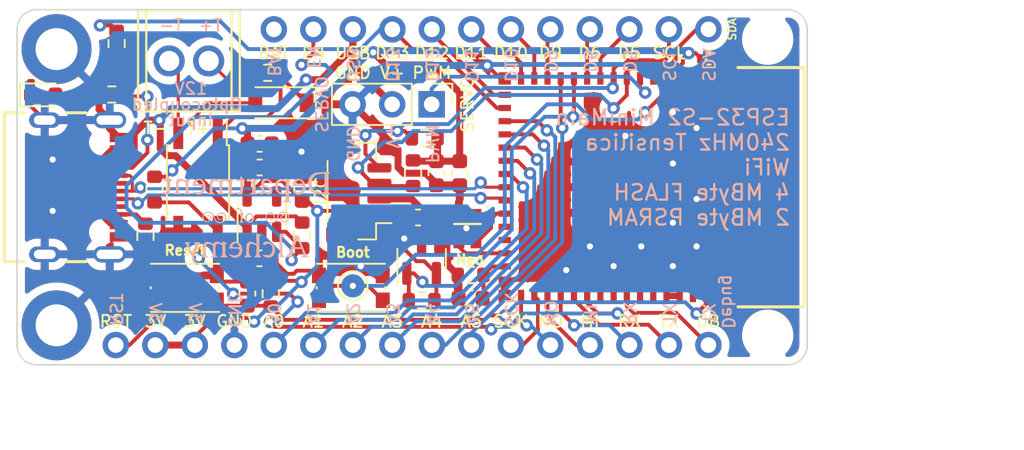
<source format=kicad_pcb>
(kicad_pcb (version 20211014) (generator pcbnew)
  (layers (0 "F.Cu" signal) (31 "B.Cu" signal) (34 "B.Paste" user) (35 "F.Paste" user) (36 "B.SilkS" user "B.Silkscreen") (37 "F.SilkS" user "F.Silkscreen") (38 "B.Mask" user) (39 "F.Mask" user) (44 "Edge.Cuts" user))
  (net 0 "")
  (net 2 "GND")
  (net 3 "+3V3")
  (net 4 "/VDEVICE")
  (net 5 "/RESET")
  (net 6 "/IO34_DBLTAP")
  (net 7 "VBUS")
  (net 8 "Net-(D2-Pad1)")
  (net 9 "/TRIGGER-")
  (net 10 "Net-(D3-Pad2)")
  (net 11 "/BOOT0")
  (net 12 "/Servo1")
  (net 14 "/SDA")
  (net 15 "/SCL")
  (net 16 "/D5")
  (net 17 "/D6")
  (net 18 "/I2C_PWR")
  (net 19 "/A5")
  (net 20 "/D9")
  (net 21 "/D10")
  (net 22 "/D11")
  (net 23 "/D12")
  (net 24 "/D13")
  (net 25 "/A4")
  (net 26 "/A3")
  (net 27 "/A2")
  (net 28 "/A1")
  (net 29 "/A0")
  (net 30 "/D-")
  (net 31 "/D+")
  (net 32 "/NEOPIX_PWR")
  (net 35 "/NEOPIX")
  (net 36 "/MOSI")
  (net 37 "/SCK")
  (net 38 "/MISO")
  (net 39 "/RX")
  (net 40 "/TX")
  (net 41 "/ISO_INPUT")
  (net 44 "/TXD0")
  (net 47 "Net-(J1-PadA5)")
  (net 49 "Net-(J1-PadB5)")
  (net 51 "+BATT")
  (net 52 "/EN")
  (net 53 "/TRIGGER+")
  (footprint "Resistor_SMD:R_0603_1608Metric" (layer "F.Cu") (at 130.15 102.52725 180)
    (fp_text reference "R9" hide)
    (fp_text value "100k" hide)
  )
  (footprint "Resistor_SMD:R_0603_1608Metric" (layer "F.Cu") (at 110.236 89.281 180)
    (fp_text reference "R5" hide)
    (fp_text value "5.1K" hide)
  )
  (footprint "Package_SO:SO-4_4.4x3.6mm_P2.54mm" (layer "F.Cu") (at 115.7732 94.9452 -90)
    (fp_text reference "U2" hide)
    (fp_text value "LTV-356T" hide)
  )
  (footprint "Resistor_SMD:R_0603_1608Metric" (layer "F.Cu") (at 130.35 92.1 180)
    (fp_text reference "R2" hide)
    (fp_text value "10K" hide)
  )
  (footprint "Capacitor_SMD:C_0603_1608Metric" (layer "F.Cu") (at 119.7356 92.456)
    (fp_text reference "C4" hide)
    (fp_text value "0.1uF" hide)
  )
  (footprint "Resistor_SMD:R_0603_1608Metric" (layer "F.Cu") (at 120.2558 87.884)
    (fp_text reference "R11" hide)
    (fp_text value "680" hide)
  )
  (footprint "Capacitor_SMD:C_0603_1608Metric" (layer "F.Cu") (at 133.3 102.4 180)
    (fp_text reference "C8" hide)
    (fp_text value "1uF" hide)
  )
  (footprint "Capacitor_SMD:C_0603_1608Metric" (layer "F.Cu") (at 129.921 97.2 180)
    (fp_text reference "C5" hide)
    (fp_text value "1uF" hide)
  )
  (footprint "Capacitor_SMD:C_0603_1608Metric" (layer "F.Cu") (at 118.95 102.1 90)
    (fp_text reference "C6" hide)
    (fp_text value "1uF" hide)
  )
  (footprint "MountingHole:MountingHole_2.7mm_M2.5_ISO14580_Pad" (layer "F.Cu") (at 106.68 104.14)
    (fp_text reference "H3" hide)
    (fp_text value "MountingHole" hide)
  )
  (footprint "Resistor_SMD:R_0603_1608Metric" (layer "F.Cu") (at 110.5408 86.0044 -90)
    (fp_text reference "R7" hide)
    (fp_text value "68" hide)
  )
  (footprint "Capacitor_SMD:C_0402_1005Metric" (layer "F.Cu") (at 148.618 86.995)
    (fp_text reference "C7" hide)
    (fp_text value "10uF" hide)
  )
  (footprint "doa-footprint-library:OSTVN02A150" (layer "F.Cu") (at 116.459 87.122)
    (fp_text reference "J8" hide)
    (fp_text value "Conn_01x02" hide)
  )
  (footprint "doa-footprint-library:PinHeaderPlain_1x12_P2.54mm_Vertical" (layer "F.Cu") (at 120.65 85.09 90)
    (fp_text reference "J5" hide)
    (fp_text value "Conn_01x12" hide)
  )
  (footprint "Connector_PinHeader_2.54mm:PinHeader_1x03_P2.54mm_Vertical" (layer "F.Cu") (at 130.795 89.916 -90)
    (fp_text reference "J10" hide)
    (fp_text value "Conn_01x03_Male" hide)
  )
  (footprint "doa-footprint-library:ESP32S2MINI1N4R2" (layer "F.Cu") (at 142.494 95.25 -90)
    (fp_text reference "IC1" hide)
    (fp_text value "ESP32-S2-MINI-1-N4R2" hide)
  )
  (footprint "Diode_SMD:D_SOD-123" (layer "F.Cu") (at 121.1072 89.8144 180)
    (fp_text reference "D2" hide)
    (fp_text value "1N4150W-HE3-08" hide)
  )
  (footprint "Capacitor_SMD:C_0603_1608Metric" (layer "F.Cu") (at 132.6 94.35 -90)
    (fp_text reference "C10" hide)
    (fp_text value "1uF" hide)
  )
  (footprint "MountingHole:MountingHole_2.7mm_M2.5_ISO14580_Pad" (layer "F.Cu") (at 106.68 86.36)
    (fp_text reference "H1" hide)
    (fp_text value "MountingHole" hide)
  )
  (footprint "Resistor_SMD:R_0603_1608Metric" (layer "F.Cu") (at 129.6 94.35 -90)
    (fp_text reference "R3" hide)
    (fp_text value "10K" hide)
  )
  (footprint "doa-footprint-library:PinHeaderPlain_1x16_P2.54mm_Vertical" (layer "F.Cu") (at 148.59 105.41 -90)
    (fp_text reference "J3" hide)
    (fp_text value "Conn_01x16" hide)
  )
  (footprint "Capacitor_SMD:C_0603_1608Metric" (layer "F.Cu") (at 119.725936 99.82392)
    (fp_text reference "C1" hide)
    (fp_text value "10uF" hide)
  )
  (footprint "Resistor_SMD:R_0603_1608Metric" (layer "F.Cu") (at 112.9792 95.4024 -90)
    (fp_text reference "R12" hide)
    (fp_text value "150" hide)
  )
  (footprint "Resistor_SMD:R_0603_1608Metric" (layer "F.Cu") (at 120.45 102.1 -90)
    (fp_text reference "R8" hide)
    (fp_text value "10K" hide)
  )
  (footprint "Resistor_SMD:R_0603_1608Metric" (layer "F.Cu") (at 133.3 100.9 180)
    (fp_text reference "R10" hide)
    (fp_text value "1Meg" hide)
  )
  (footprint "Resistor_SMD:R_0603_1608Metric" (layer "F.Cu") (at 112.395 98.425 90)
    (fp_text reference "R6" hide)
    (fp_text value "5.1K" hide)
  )
  (footprint "Capacitor_SMD:C_0603_1608Metric" (layer "F.Cu") (at 131.1 94.35 -90)
    (fp_text reference "C9" hide)
    (fp_text value "10uF" hide)
  )
  (footprint "Package_TO_SOT_SMD:SOT-23-5" (layer "F.Cu") (at 119.878336 96.97912 90)
    (fp_text reference "U1" hide)
    (fp_text value "AP7365-33WG-7" hide)
  )
  (footprint "MountingHole:MountingHole_2.7mm_M2.5_ISO14580" (layer "F.Cu") (at 152.4 85.725)
    (fp_text reference "H2" hide)
    (fp_text value "MountingHole" hide)
  )
  (footprint "Resistor_SMD:R_0603_1608Metric" (layer "F.Cu") (at 122.469136 98.35072 -90)
    (fp_text reference "R4" hide)
    (fp_text value "100K" hide)
  )
  (footprint "Connector_JST:JST_SH_BM04B-SRSS-TB_1x04-1MP_P1.00mm_Vertical" (layer "F.Cu") (at 126.111 95.504 90)
    (fp_text reference "J2" hide)
    (fp_text value "Conn_01x04" hide)
  )
  (footprint "TestPoint:TestPoint_Pad_D1.5mm" (layer "F.Cu") (at 125.73 101.6)
    (fp_text reference "TP1" hide)
    (fp_text value "TestPoint" hide)
  )
  (footprint "doa-footprint-library:WS2812B2020" (layer "F.Cu") (at 133.096 97.917 90)
    (fp_text reference "LED1" hide)
    (fp_text value "WS2812B-2020" hide)
  )
  (footprint "MountingHole:MountingHole_2.7mm_M2.5_ISO14580" (layer "F.Cu") (at 152.4 104.775)
    (fp_text reference "H4" hide)
    (fp_text value "MountingHole" hide)
  )
  (footprint "Button_Switch_SMD:SW_Push_1P1T_NO_CK_KMR2" (layer "F.Cu") (at 114.935 101.727)
    (fp_text reference "SW2" hide)
    (fp_text value "SW_Push" hide)
  )
  (footprint "Package_TO_SOT_SMD:SOT-23" (layer "F.Cu") (at 130.15 99.86025 90)
    (fp_text reference "Q1" hide)
    (fp_text value "DMP3130LQ-7" hide)
  )
  (footprint "Button_Switch_SMD:SW_Push_1P1T_NO_CK_KMR2" (layer "F.Cu") (at 125.603 101.727)
    (fp_text reference "SW1" hide)
    (fp_text value "SW_Push" hide)
  )
  (footprint "doa-footprint-library:GCT_USB4105-GF-A" (layer "F.Cu") (at 105.918 95.25 -90)
    (fp_text reference "J1" hide)
    (fp_text value "USB4105-GF-A" hide)
  )
  (footprint "Capacitor_SMD:C_0603_1608Metric" (layer "F.Cu") (at 122.469136 95.35352 90)
    (fp_text reference "C2" hide)
    (fp_text value "10uF" hide)
  )
  (footprint "Capacitor_SMD:C_0603_1608Metric" (layer "F.Cu") (at 119.7356 93.98)
    (fp_text reference "C3" hide)
    (fp_text value "10uF" hide)
  )
  (footprint "LED_SMD:LED_0603_1608Metric" (layer "F.Cu") (at 105.8164 89.3064)
    (fp_text reference "D3" hide)
    (fp_text value "RED" hide)
  )
  (footprint "doa-logo:DepartmentOfAlchemyLogo" (layer "B.Cu") (at 118.872 97.282 180)
    (fp_text reference "G***" hide)
    (fp_text value "LOGO" hide)
  )
  (gr_line (start 104.14 105.41) (end 104.14 85.09) (layer "Edge.Cuts") (width 0.1))
  (gr_arc (start 104.14 85.09) (mid 104.511974 84.191974) (end 105.41 83.82) (layer "Edge.Cuts") (width 0.1))
  (gr_line (start 153.67 106.68) (end 105.41 106.68) (layer "Edge.Cuts") (width 0.1))
  (gr_arc (start 153.67 83.82) (mid 154.568026 84.191974) (end 154.94 85.09) (layer "Edge.Cuts") (width 0.1))
  (gr_line (start 105.41 83.82) (end 153.67 83.82) (layer "Edge.Cuts") (width 0.1))
  (gr_arc (start 154.94 105.41) (mid 154.568026 106.308026) (end 153.67 106.68) (layer "Edge.Cuts") (width 0.1))
  (gr_arc (start 105.41 106.68) (mid 104.511974 106.308026) (end 104.14 105.41) (layer "Edge.Cuts") (width 0.1))
  (gr_line (start 154.94 85.09) (end 154.94 105.41) (layer "Edge.Cuts") (width 0.1))
  (gr_text "SERVO" (at 123.698 89.916 270) (layer "B.SilkS") (effects (font (size 0.762 0.762) (thickness 0.127)) (justify mirror)))
  (gr_text "GND" (at 118.11 103.124 270) (layer "B.SilkS") (effects (font (size 0.762 0.762) (thickness 0.127)) (justify mirror)))
  (gr_text "MI" (at 140.97 103.378 270) (layer "B.SilkS") (effects (font (size 0.762 0.762) (thickness 0.127)) (justify mirror)))
  (gr_text "Debug" (at 149.86 102.616 270) (layer "B.SilkS") (effects (font (size 0.762 0.762) (thickness 0.127)) (justify mirror)))
  (gr_text "D9" (at 138.43 87.122 270) (layer "B.SilkS") (effects (font (size 0.762 0.762) (thickness 0.127)) (justify mirror)))
  (gr_text "A0" (at 120.65 103.378 270) (layer "B.SilkS") (effects (font (size 0.762 0.762) (thickness 0.127)) (justify mirror)))
  (gr_text "TX" (at 146.05 103.378 270) (layer "B.SilkS") (effects (font (size 0.762 0.762) (thickness 0.127)) (justify mirror)))
  (gr_text "V+" (at 128.27 91.948 270) (layer "B.SilkS") (effects (font (size 0.762 0.762) (thickness 0.127)) (justify mirror)))
  (gr_text "T-" (at 114.046 84.836) (layer "B.SilkS") (effects (font (size 0.762 0.762) (thickness 0.127)) (justify mirror)))
  (gr_text "D5" (at 143.51 87.122 270) (layer "B.SilkS") (effects (font (size 0.762 0.762) (thickness 0.127)) (justify mirror)))
  (gr_text "ESP32-S2 MiniMain\n240MHz Tensilica\nWiFi\n4 MByte FLASH\n2 MByte PSRAM" (at 153.924 93.98) (layer "B.SilkS") (effects (font (size 1 1)) (justify left mirror)))
  (gr_text "A1" (at 123.19 103.378 270) (layer "B.SilkS") (effects (font (size 0.762 0.762) (thickness 0.127)) (justify mirror)))
  (gr_text "A4" (at 130.81 103.378 270) (layer "B.SilkS") (effects (font (size 0.762 0.762) (thickness 0.127)) (justify mirror)))
  (gr_text "RX" (at 143.51 103.378 270) (layer "B.SilkS") (effects (font (size 0.762 0.762) (thickness 0.127)) (justify mirror)))
  (gr_text "PWM" (at 130.81 92.456 270) (layer "B.SilkS") (effects (font (size 0.762 0.762) (thickness 0.127)) (justify mirror)))
  (gr_text "A2" (at 125.73 103.378 270) (layer "B.SilkS") (effects (font (size 0.762 0.762) (thickness 0.127)) (justify mirror)))
  (gr_text "SCL" (at 146.05 87.376 270) (layer "B.SilkS") (effects (font (size 0.762 0.762) (thickness 0.127)) (justify mirror)))
  (gr_text "MO" (at 138.43 103.378 270) (layer "B.SilkS") (effects (font (size 0.762 0.762) (thickness 0.127)) (justify mirror)))
  (gr_text "A3" (at 128.27 103.378 270) (layer "B.SilkS") (effects (font (size 0.762 0.762) (thickness 0.127)) (justify mirror)))
  (gr_text "D10" (at 135.89 87.376 270) (layer "B.SilkS") (effects (font (size 0.762 0.762) (thickness 0.127)) (justify mirror)))
  (gr_text "RST" (at 110.49 103.124 270) (layer "B.SilkS") (effects (font (size 0.762 0.762) (thickness 0.127)) (justify mirror)))
  (gr_text "Optocoupled" (at 115.062 89.916) (layer "B.SilkS") (effects (font (size 0.762 0.762) (thickness 0.127)) (justify mirror)))
  (gr_text "Input" (at 115.316 90.932) (layer "B.SilkS") (effects (font (size 0.762 0.762) (thickness 0.127)) (justify mirror)))
  (gr_text "D6" (at 140.97 87.122 270) (layer "B.SilkS") (effects (font (size 0.762 0.762) (thickness 0.127)) (justify mirror)))
  (gr_text "12V" (at 115.316 88.9) (layer "B.SilkS") (effects (font (size 0.762 0.762) (thickness 0.127)) (justify mirror)))
  (gr_text "D12" (at 130.81 87.376 270) (layer "B.SilkS") (effects (font (size 0.762 0.762) (thickness 0.127)) (justify mirror)))
  (gr_text "EN" (at 123.19 86.868 270) (layer "B.SilkS") (effects (font (size 0.762 0.762) (thickness 0.127)) (justify mirror)))
  (gr_text "D11" (at 133.35 87.376 270) (layer "B.SilkS") (effects (font (size 0.762 0.762) (thickness 0.127)) (justify mirror)))
  (gr_text "3V" (at 113.03 103.378 270) (layer "B.SilkS") (effects (font (size 0.762 0.762) (thickness 0.127)) (justify mirror)))
  (gr_text "TX" (at 148.59 103.378 270) (layer "B.SilkS") (effects (font (size 0.762 0.762) (thickness 0.127)) (justify mirror)))
  (gr_text "3V" (at 115.57 103.378 270) (layer "B.SilkS") (effects (font (size 0.762 0.762) (thickness 0.127)) (justify mirror)))
  (gr_text "SCK" (at 135.89 103.124 270) (layer "B.SilkS") (effects (font (size 0.762 0.762) (thickness 0.127)) (justify mirror)))
  (gr_text "SDA" (at 148.59 87.376 270) (layer "B.SilkS") (effects (font (size 0.762 0.762) (thickness 0.127)) (justify mirror)))
  (gr_text "USB" (at 125.73 87.376 270) (layer "B.SilkS") (effects (font (size 0.762 0.762) (thickness 0.127)) (justify mirror)))
  (gr_text "D13" (at 128.27 87.376 270) (layer "B.SilkS") (effects (font (size 0.762 0.762) (thickness 0.127)) (justify mirror)))
  (gr_text "A5" (at 133.35 103.378 270) (layer "B.SilkS") (effects (font (size 0.762 0.762) (thickness 0.127)) (justify mirror)))
  (gr_text "BAT" (at 120.65 87.122 270) (layer "B.SilkS") (effects (font (size 0.762 0.762) (thickness 0.127)) (justify mirror)))
  (gr_text "GND" (at 125.73 92.456 270) (layer "B.SilkS") (effects (font (size 0.762 0.762) (thickness 0.127)) (justify mirror)))
  (gr_text "T+" (at 116.586 84.836) (layer "B.SilkS") (effects (font (size 0.762 0.762) (thickness 0.127)) (justify mirror)))
  (gr_text "DB" (at 148.59 103.886) (layer "F.SilkS") (effects (font (size 0.762 0.762) (thickness 0.127))))
  (gr_text "BAT" (at 120.65 86.614) (layer "F.SilkS") (effects (font (size 0.762 0.762) (thickness 0.127))))
  (gr_text "SERVO" (at 133.096 89.916 90) (layer "F.SilkS") (effects (font (size 0.762 0.762) (thickness 0.127))))
  (gr_text "PWM" (at 130.81 87.884) (layer "F.SilkS") (effects (font (size 0.762 0.762) (thickness 0.127))))
  (gr_text "RST" (at 110.49 103.886) (layer "F.SilkS") (effects (font (size 0.762 0.762) (thickness 0.127))))
  (gr_text "A0" (at 120.65 103.886) (layer "F.SilkS") (effects (font (size 0.762 0.762) (thickness 0.127))))
  (gr_text "EN" (at 123.19 86.614) (layer "F.SilkS") (effects (font (size 0.762 0.762) (thickness 0.127))))
  (gr_text "MO" (at 138.43 103.886) (layer "F.SilkS") (effects (font (size 0.762 0.762) (thickness 0.127))))
  (gr_text "D6" (at 140.97 86.614) (layer "F.SilkS") (effects (font (size 0.762 0.762) (thickness 0.127))))
  (gr_text "A2" (at 125.73 103.886) (layer "F.SilkS") (effects (font (size 0.762 0.762) (thickness 0.127))))
  (gr_text "SDA" (at 150.114 85.09 90) (layer "F.SilkS") (effects (font (size 0.508 0.508) (thickness 0.1016))))
  (gr_text "MI" (at 140.97 103.886) (layer "F.SilkS") (effects (font (size 0.762 0.762) (thickness 0.127))))
  (gr_text "RX" (at 143.51 103.886) (layer "F.SilkS") (effects (font (size 0.762 0.762) (thickness 0.127))))
  (gr_text "3V" (at 115.57 103.886) (layer "F.SilkS") (effects (font (size 0.762 0.762) (thickness 0.127))))
  (gr_text "GND" (at 118.11 103.886) (layer "F.SilkS") (effects (font (size 0.762 0.762) (thickness 0.127))))
  (gr_text "D10" (at 135.89 86.614) (layer "F.SilkS") (effects (font (size 0.762 0.762) (thickness 0.127))))
  (gr_text "A5" (at 133.35 103.886) (layer "F.SilkS") (effects (font (size 0.762 0.762) (thickness 0.127))))
  (gr_text "TX" (at 146.05 103.886) (layer "F.SilkS") (effects (font (size 0.762 0.762) (thickness 0.127))))
  (gr_text "USB" (at 125.73 86.614) (layer "F.SilkS") (effects (font (size 0.762 0.762) (thickness 0.127))))
  (gr_text "D12" (at 130.81 86.614) (layer "F.SilkS") (effects (font (size 0.762 0.762) (thickness 0.127))))
  (gr_text "SCL" (at 146.05 86.614) (layer "F.SilkS") (effects (font (size 0.762 0.762) (thickness 0.127))))
  (gr_text "GND" (at 125.73 87.884) (layer "F.SilkS") (effects (font (size 0.762 0.762) (thickness 0.127))))
  (gr_text "A4" (at 130.81 103.886) (layer "F.SilkS") (effects (font (size 0.762 0.762) (thickness 0.127))))
  (gr_text "D11" (at 133.35 86.614) (layer "F.SilkS") (effects (font (size 0.762 0.762) (thickness 0.127))))
  (gr_text "T+" (at 115.824 91.44) (layer "F.SilkS") (effects (font (size 0.762 0.762) (thickness 0.127))))
  (gr_text "SCK" (at 135.89 103.886) (layer "F.SilkS") (effects (font (size 0.762 0.762) (thickness 0.127))))
  (gr_text "V+" (at 128.27 87.884) (layer "F.SilkS") (effects (font (size 0.762 0.762) (thickness 0.127))))
  (gr_text "D13" (at 128.27 86.614) (layer "F.SilkS") (effects (font (size 0.762 0.762) (thickness 0.127))))
  (gr_text "3V" (at 113.03 103.886) (layer "F.SilkS") (effects (font (size 0.762 0.762) (thickness 0.127))))
  (gr_text "A1" (at 123.19 103.886) (layer "F.SilkS") (effects (font (size 0.762 0.762) (thickness 0.127))))
  (gr_text "D9" (at 138.43 86.614) (layer "F.SilkS") (effects (font (size 0.762 0.762) (thickness 0.127))))
  (gr_text "T-" (at 113.03 91.44) (layer "F.SilkS") (effects (font (size 0.762 0.762) (thickness 0.127))))
  (gr_text "A3" (at 128.27 103.886) (layer "F.SilkS") (effects (font (size 0.762 0.762) (thickness 0.127))))
  (gr_text "D5" (at 143.51 86.614) (layer "F.SilkS") (effects (font (size 0.762 0.762) (thickness 0.127))))
  (gr_text "I2C" (at 123.698 95.504 90) (layer "F.SilkS") (effects (font (size 0.762 0.762) (thickness 0.127))))
  (segment (start 117.383 101.325) (end 116.985 100.927) (width 0.25) (layer "F.Cu") (net 2))
  (segment (start 121.923906 100.82548) (end 121.502496 100.82548) (width 0.25) (layer "F.Cu") (net 2))
  (segment (start 131.1 95.125) (end 132.6 95.125) (width 0.45) (layer "F.Cu") (net 2))
  (segment (start 110.098 90.93) (end 110.098 91.475) (width 0.45) (layer "F.Cu") (net 2))
  (segment (start 118.95 101.325) (end 117.383 101.325) (width 0.25) (layer "F.Cu") (net 2))
  (segment (start 149.494 87.264) (end 149.494 88.25) (width 0.25) (layer "F.Cu") (net 2))
  (segment (start 132.546 97.002) (end 132.546 97.405012) (width 0.45) (layer "F.Cu") (net 2))
  (segment (start 135.2025 88.25) (end 134.366 87.4135) (width 0.25) (layer "F.Cu") (net 2))
  (segment (start 109.411 90.243) (end 110.098 90.93) (width 0.45) (layer "F.Cu") (net 2))
  (segment (start 131.771489 99.552) (end 131.771489 98.257489) (width 0.45) (layer "F.Cu") (net 2))
  (segment (start 149.098 86.995) (end 149.225 86.995) (width 0.25) (layer "F.Cu") (net 2))
  (segment (start 131.826 100.251) (end 131.826 99.606511) (width 0.45) (layer "F.Cu") (net 2))
  (segment (start 105.0289 89.3064) (end 105.0289 90.0409) (width 0.25) (layer "F.Cu") (net 2))
  (segment (start 109.411 89.281) (end 109.411 90.243) (width 0.45) (layer "F.Cu") (net 2))
  (segment (start 135.494 88.25) (end 135.2025 88.25) (width 0.25) (layer "F.Cu") (net 2))
  (segment (start 132.546 97.405012) (end 133.030488 97.8895) (width 0.45) (layer "F.Cu") (net 2))
  (segment (start 132.475 100.9) (end 131.826 100.251) (width 0.45) (layer "F.Cu") (net 2))
  (segment (start 131.771489 98.257489) (end 132.139478 97.8895) (width 0.45) (layer "F.Cu") (net 2))
  (segment (start 122.127897 100.621489) (end 121.923906 100.82548) (width 0.25) (layer "F.Cu") (net 2))
  (segment (start 132.475 100.9) (end 132.525722 100.9) (width 0.25) (layer "F.Cu") (net 2))
  (segment (start 131.826 99.606511) (end 131.771489 99.552) (width 0.45) (layer "F.Cu") (net 2))
  (segment (start 120.500936 100.007281) (end 119.183217 101.325) (width 0.25) (layer "F.Cu") (net 2))
  (segment (start 119.183217 101.325) (end 118.95 101.325) (width 0.25) (layer "F.Cu") (net 2))
  (segment (start 126.214 97.004) (end 123.78852 94.57852) (width 0.35) (layer "F.Cu") (net 2))
  (segment (start 127.436 97.004) (end 126.214 97.004) (width 0.35) (layer "F.Cu") (net 2))
  (segment (start 111.595 98.45) (end 112.395 99.25) (width 0.45) (layer "F.Cu") (net 2))
  (segment (start 130.41752 94.34952) (end 129.00504 94.34952) (width 0.45) (layer "F.Cu") (net 2))
  (segment (start 128.63552 92.83652) (end 125.715 89.916) (width 0.45) (layer "F.Cu") (net 2))
  (segment (start 132.139478 97.8895) (end 133.030488 97.8895) (width 0.45) (layer "F.Cu") (net 2))
  (segment (start 110.098 91.475) (end 110.673 92.05) (width 0.45) (layer "F.Cu") (net 2))
  (segment (start 128.63552 93.98) (end 128.63552 92.83652) (width 0.45) (layer "F.Cu") (net 2))
  (segment (start 123.78852 94.57852) (end 122.469136 94.57852) (width 0.35) (layer "F.Cu") (net 2))
  (segment (start 110.673 98.45) (end 111.595 98.45) (width 0.45) (layer "F.Cu") (net 2))
  (segment (start 105.0289 90.0409) (end 105.918 90.93) (width 0.25) (layer "F.Cu") (net 2))
  (segment (start 123.247489 100.621489) (end 122.127897 100.621489) (width 0.25) (layer "F.Cu") (net 2))
  (segment (start 121.502496 100.82548) (end 120.500936 99.82392) (width 0.25) (layer "F.Cu") (net 2))
  (segment (start 149.225 86.995) (end 149.494 87.264) (width 0.25) (layer "F.Cu") (net 2))
  (segment (start 129.00504 94.34952) (end 128.63552 93.98) (width 0.45) (layer "F.Cu") (net 2))
  (segment (start 120.500936 99.82392) (end 120.500936 100.007281) (width 0.25) (layer "F.Cu") (net 2))
  (segment (start 119.878336 99.20132) (end 119.878336 98.11662) (width 0.25) (layer "F.Cu") (net 2))
  (segment (start 123.553 100.927) (end 123.247489 100.621489) (width 0.25) (layer "F.Cu") (net 2))
  (segment (start 131.1 95.125) (end 131.1 95.032) (width 0.45) (layer "F.Cu") (net 2))
  (segment (start 120.500936 99.82392) (end 119.878336 99.20132) (width 0.25) (layer "F.Cu") (net 2))
  (segment (start 131.1 95.032) (end 130.41752 94.34952) (width 0.45) (layer "F.Cu") (net 2))
  (via (at 146.304 97.536) (size 0.8) (drill 0.4) (layers "F.Cu" "B.Cu") (net 2))
  (via (at 142.494 100.33) (size 0.8) (drill 0.4) (layers "F.Cu" "B.Cu") (net 2))
  (via (at 122.428 92.964) (size 0.8) (drill 0.4) (layers "F.Cu" "B.Cu") (net 2))
  (via (at 126.238 100.33) (size 0.8) (drill 0.4) (layers "F.Cu" "B.Cu") (net 2))
  (via (at 106.426 96.774) (size 0.8) (drill 0.4) (layers "F.Cu" "B.Cu") (net 2))
  (via (at 106.426 93.472) (size 0.8) (drill 0.4) (layers "F.Cu" "B.Cu") (net 2))
  (via (at 133.030488 97.8895) (size 0.8) (drill 0.4) (layers "F.Cu" "B.Cu") (net 2))
  (via (at 140.97 99.06) (size 0.8) (drill 0.4) (layers "F.Cu" "B.Cu") (net 2))
  (via (at 146.304 93.726) (size 0.8) (drill 0.4) (layers "F.Cu" "B.Cu") (net 2))
  (via (at 139.446 100.584) (size 0.8) (drill 0.4) (layers "F.Cu" "B.Cu") (net 2))
  (via (at 143.256 91.948) (size 0.8) (drill 0.4) (layers "F.Cu" "B.Cu") (net 2))
  (via (at 147.828 99.06) (size 0.8) (drill 0.4) (layers "F.Cu" "B.Cu") (net 2))
  (via (at 147.828 96.012) (size 0.8) (drill 0.4) (layers "F.Cu" "B.Cu") (net 2))
  (via (at 147.828 91.44) (size 0.8) (drill 0.4) (layers "F.Cu" "B.Cu") (net 2))
  (via (at 134.366 87.4135) (size 0.8) (drill 0.4) (layers "F.Cu" "B.Cu") (net 2))
  (via (at 146.304 90.424) (size 0.8) (drill 0.4) (layers "F.Cu" "B.Cu") (net 2))
  (via (at 129.032 98.552) (size 0.8) (drill 0.4) (layers "F.Cu" "B.Cu") (net 2))
  (via (at 144.272 99.06) (size 0.8) (drill 0.4) (layers "F.Cu" "B.Cu") (net 2))
  (via (at 146.304 100.33) (size 0.8) (drill 0.4) (layers "F.Cu" "B.Cu") (net 2))
  (segment (start 128.2175 87.4135) (end 125.715 89.916) (width 0.45) (layer "B.Cu") (net 2))
  (segment (start 134.366 87.4135) (end 128.2175 87.4135) (width 0.45) (layer "B.Cu") (net 2))
  (segment (start 131.1 93.575) (end 129.65 93.575) (width 0.45) (layer "F.Cu") (net 3))
  (segment (start 129.124822 99.314) (end 127.762 99.314) (width 0.25) (layer "F.Cu") (net 3))
  (segment (start 147.324299 86.618299) (end 147.761299 86.618299) (width 0.25) (layer "F.Cu") (net 3))
  (segment (start 122.428 101.346) (end 122.357 101.275) (width 0.25) (layer "F.Cu") (net 3))
  (segment (start 119.915356 94.8546) (end 121.195216 94.8546) (width 0.25) (layer "F.Cu") (net 3))
  (segment (start 131.175 93.5) (end 131.1 93.575) (width 0.45) (layer "F.Cu") (net 3))
  (segment (start 119.149846 103.669489) (end 116.793897 103.669489) (width 0.25) (layer "F.Cu") (net 3))
  (segment (start 121.195216 94.8546) (end 122.469136 96.12852) (width 0.25) (layer "F.Cu") (net 3))
  (segment (start 132.6 89.171978) (end 132.6 93.575) (width 0.45) (layer "F.Cu") (net 3))
  (segment (start 129.65 93.575) (end 129.6 93.525) (width 0.45) (layer "F.Cu") (net 3))
  (segment (start 146.94904 86.98496) (end 146.94904 87.25904) (width 0.25) (layer "F.Cu") (net 3))
  (segment (start 127.762 99.314) (end 125.222 96.774) (width 0.25) (layer "F.Cu") (net 3))
  (segment (start 131.175 92.1) (end 131.175 93.5) (width 0.45) (layer "F.Cu") (net 3))
  (segment (start 119.384052 103.903695) (end 119.149846 103.669489) (width 0.25) (layer "F.Cu") (net 3))
  (segment (start 131.1 100.79775) (end 130.315948 100.013698) (width 0.25) (layer "F.Cu") (net 3))
  (segment (start 127.040268 86.567193) (end 127.849075 87.376) (width 0.45) (layer "F.Cu") (net 3))
  (segment (start 147.761299 86.618299) (end 148.138 86.995) (width 0.25) (layer "F.Cu") (net 3))
  (segment (start 118.9606 93.98) (end 118.9606 92.456) (width 0.45) (layer "F.Cu") (net 3))
  (segment (start 125.222 96.774) (end 123.444 96.774) (width 0.25) (layer "F.Cu") (net 3))
  (segment (start 131.1 102.40225) (end 130.975 102.52725) (width 0.25) (layer "F.Cu") (net 3))
  (segment (start 118.864596 95.77788) (end 118.928336 95.84162) (width 0.25) (layer "F.Cu") (net 3))
  (segment (start 115.57 104.893386) (end 115.57 105.41) (width 0.25) (layer "F.Cu") (net 3))
  (segment (start 122.469136 96.12852) (end 122.79852 96.12852) (width 0.25) (layer "F.Cu") (net 3))
  (segment (start 112.9792 94.5774) (end 113.7026 94.5774) (width 0.25) (layer "F.Cu") (net 3))
  (segment (start 147.315701 86.618299) (end 146.94904 86.98496) (width 0.25) (layer "F.Cu") (net 3))
  (segment (start 116.793897 103.669489) (end 115.57 104.893386) (width 0.25) (layer "F.Cu") (net 3))
  (segment (start 131.1 100.79775) (end 131.1 102.40225) (width 0.25) (layer "F.Cu") (net 3))
  (segment (start 146.94904 87.25904) (end 146.744 87.46408) (width 0.25) (layer "F.Cu") (net 3))
  (segment (start 129.82452 100.013698) (end 129.124822 99.314) (width 0.25) (layer "F.Cu") (net 3))
  (segment (start 118.9606 95.809356) (end 118.928336 95.84162) (width 0.45) (layer "F.Cu") (net 3))
  (segment (start 118.9606 92.456) (end 118.9606 91.806011) (width 0.45) (layer "F.Cu") (net 3))
  (segment (start 127.849075 87.376) (end 130.804022 87.376) (width 0.45) (layer "F.Cu") (net 3))
  (segment (start 118.928336 95.84162) (end 119.915356 94.8546) (width 0.25) (layer "F.Cu") (net 3))
  (segment (start 118.9606 91.806011) (end 118.618 91.463411) (width 0.45) (layer "F.Cu") (net 3))
  (segment (start 122.79852 96.12852) (end 123.444 96.774) (width 0.25) (layer "F.Cu") (net 3))
  (segment (start 113.7026 94.5774) (end 114.115501 94.164499) (width 0.25) (layer "F.Cu") (net 3))
  (segment (start 118.950936 92.47092) (end 118.937936 92.45792) (width 0.25) (layer "F.Cu") (net 3))
  (segment (start 113.03 105.41) (end 115.57 105.41) (width 0.45) (layer "F.Cu") (net 3))
  (segment (start 122.357 101.275) (end 120.45 101.275) (width 0.25) (layer "F.Cu") (net 3))
  (segment (start 131.1 93.575) (end 132.6 93.575) (width 0.45) (layer "F.Cu") (net 3))
  (segment (start 130.315948 100.013698) (end 129.82452 100.013698) (width 0.25) (layer "F.Cu") (net 3))
  (segment (start 130.804022 87.376) (end 132.6 89.171978) (width 0.45) (layer "F.Cu") (net 3))
  (segment (start 146.744 87.46408) (end 146.744 88.25) (width 0.25) (layer "F.Cu") (net 3))
  (segment (start 118.9606 93.98) (end 118.9606 95.809356) (width 0.45) (layer "F.Cu") (net 3))
  (segment (start 147.324299 86.618299) (end 147.315701 86.618299) (width 0.25) (layer "F.Cu") (net 3))
  (via (at 114.115501 94.164499) (size 0.8) (drill 0.4) (layers "F.Cu" "B.Cu") (net 3))
  (via (at 122.428 101.346) (size 0.8) (drill 0.4) (layers "F.Cu" "B.Cu") (net 3))
  (via (at 119.384052 103.903695) (size 0.8) (drill 0.4) (layers "F.Cu" "B.Cu") (net 3))
  (via (at 123.444 96.774) (size 0.8) (drill 0.4) (layers "F.Cu" "B.Cu") (net 3))
  (via (at 118.618 91.463411) (size 0.8) (drill 0.4) (layers "F.Cu" "B.Cu") (net 3))
  (via (at 147.324299 86.618299) (size 0.8) (drill 0.4) (layers "F.Cu" "B.Cu") (net 3))
  (via (at 127.040268 86.567193) (size 0.8) (drill 0.4) (layers "F.Cu" "B.Cu") (net 3))
  (segment (start 121.896589 91.463411) (end 118.618 91.463411) (width 0.45) (layer "B.Cu") (net 3))
  (segment (start 116.816589 91.463411) (end 118.618 91.463411) (width 0.25) (layer "B.Cu") (net 3))
  (segment (start 147.166489 86.460489) (end 126.899511 86.460489) (width 0.45) (layer "B.Cu") (net 3))
  (segment (start 125.095 88.265) (end 124.440489 88.919511) (width 0.45) (layer "B.Cu") (net 3))
  (segment (start 123.444 100.33) (end 123.444 96.774) (width 0.25) (layer "B.Cu") (net 3))
  (segment (start 120.65 103.124) (end 122.428 101.346) (width 0.25) (layer "B.Cu") (net 3))
  (segment (start 114.115501 94.164499) (end 116.816589 91.463411) (width 0.25) (layer "B.Cu") (net 3))
  (segment (start 122.428 101.346) (end 123.444 100.33) (width 0.25) (layer "B.Cu") (net 3))
  (segment (start 125.095 88.265) (end 121.896589 91.463411) (width 0.45) (layer "B.Cu") (net 3))
  (segment (start 119.384052 103.903695) (end 120.163747 103.124) (width 0.25) (layer "B.Cu") (net 3))
  (segment (start 120.163747 103.124) (end 120.65 103.124) (width 0.25) (layer "B.Cu") (net 3))
  (segment (start 147.324299 86.618299) (end 147.166489 86.460489) (width 0.45) (layer "B.Cu") (net 3))
  (segment (start 126.899511 86.460489) (end 125.095 88.265) (width 0.45) (layer "B.Cu") (net 3))
  (segment (start 130.696 97.2) (end 129.5 96.004) (width 0.45) (layer "F.Cu") (net 4))
  (segment (start 130.15 98.92275) (end 130.15 97.746) (width 0.45) (layer "F.Cu") (net 4))
  (segment (start 129.5 96.004) (end 127.436 96.004) (width 0.45) (layer "F.Cu") (net 4))
  (segment (start 130.15 97.746) (end 130.696 97.2) (width 0.45) (layer "F.Cu") (net 4))
  (segment (start 118.95 102.875) (end 117.333 102.875) (width 0.25) (layer "F.Cu") (net 5))
  (segment (start 112.885 102.527) (end 112.885 103.89399) (width 0.25) (layer "F.Cu") (net 5))
  (segment (start 120.4 102.875) (end 120.45 102.925) (width 0.25) (layer "F.Cu") (net 5))
  (segment (start 118.95 102.875) (end 120.4 102.875) (width 0.25) (layer "F.Cu") (net 5))
  (segment (start 111.36899 105.41) (end 110.49 105.41) (width 0.25) (layer "F.Cu") (net 5))
  (segment (start 112.885 102.527) (end 116.985 102.527) (width 0.25) (layer "F.Cu") (net 5))
  (segment (start 134.203417 103.785969) (end 121.310969 103.785969) (width 0.25) (layer "F.Cu") (net 5))
  (segment (start 135.508992 103.504992) (end 134.484394 103.504992) (width 0.25) (layer "F.Cu") (net 5))
  (segment (start 121.310969 103.785969) (end 120.45 102.925) (width 0.25) (layer "F.Cu") (net 5))
  (segment (start 134.484394 103.504992) (end 134.203417 103.785969) (width 0.25) (layer "F.Cu") (net 5))
  (segment (start 117.333 102.875) (end 116.985 102.527) (width 0.25) (layer "F.Cu") (net 5))
  (segment (start 148.444 102.762) (end 147.828 103.378) (width 0.25) (layer "F.Cu") (net 5))
  (segment (start 112.885 103.89399) (end 111.36899 105.41) (width 0.25) (layer "F.Cu") (net 5))
  (segment (start 148.444 102.25) (end 148.444 102.762) (width 0.25) (layer "F.Cu") (net 5))
  (via (at 135.508992 103.504992) (size 0.8) (drill 0.4) (layers "F.Cu" "B.Cu") (net 5))
  (via (at 147.828 103.378) (size 0.8) (drill 0.4) (layers "F.Cu" "B.Cu") (net 5))
  (segment (start 147.103489 102.653489) (end 147.828 103.378) (width 0.25) (layer "B.Cu") (net 5))
  (segment (start 136.360495 102.653489) (end 147.103489 102.653489) (width 0.25) (layer "B.Cu") (net 5))
  (segment (start 135.508992 103.504992) (end 136.360495 102.653489) (width 0.25) (layer "B.Cu") (net 5))
  (segment (start 134.675 100.35) (end 134.125 100.9) (width 0.25) (layer "F.Cu") (net 6))
  (segment (start 134.125 100.9) (end 134.125 102.35) (width 0.25) (layer "F.Cu") (net 6))
  (segment (start 135.494 100.35) (end 134.675 100.35) (width 0.25) (layer "F.Cu") (net 6))
  (segment (start 134.125 102.35) (end 134.075 102.4) (width 0.25) (layer "F.Cu") (net 6))
  (segment (start 118.928336 98.11662) (end 118.928336 97.811314) (width 0.45) (layer "F.Cu") (net 7))
  (segment (start 113.346511 92.772511) (end 113.346511 90.994511) (width 0.45) (layer "F.Cu") (net 7))
  (segment (start 125.73 86.292081) (end 123.690877 88.331204) (width 0.45) (layer "F.Cu") (net 7))
  (segment (start 118.950936 99.82392) (end 118.950936 98.13922) (width 0.25) (layer "F.Cu") (net 7))
  (segment (start 119.531784 97.1296) (end 118.928336 97.733048) (width 0.25) (layer "F.Cu") (net 7))
  (segment (start 111.672511 92.774511) (end 111.597022 92.85) (width 0.45) (layer "F.Cu") (net 7))
  (segment (start 110.097273 92.85) (end 109.373969 93.573304) (width 0.25) (layer "F.Cu") (net 7))
  (segment (start 125.73 85.09) (end 125.73 86.292081) (width 0.45) (layer "F.Cu") (net 7))
  (segment (start 122.073016 97.1296) (end 119.531784 97.1296) (width 0.25) (layer "F.Cu") (net 7))
  (segment (start 110.097273 97.65) (end 110.673 97.65) (width 0.25) (layer "F.Cu") (net 7))
  (segment (start 125.73 85.09) (end 125.73 87.391) (width 0.45) (layer "F.Cu") (net 7))
  (segment (start 118.928336 97.733048) (end 118.928336 98.11662) (width 0.25) (layer "F.Cu") (net 7))
  (segment (start 113.284 90.932) (end 112.522 90.932) (width 0.45) (layer "F.Cu") (net 7))
  (segment (start 111.672511 91.781489) (end 111.672511 92.774511) (width 0.45) (layer "F.Cu") (net 7))
  (segment (start 110.673 92.85) (end 110.097273 92.85) (width 0.25) (layer "F.Cu") (net 7))
  (segment (start 109.373969 96.926696) (end 110.097273 97.65) (width 0.25) (layer "F.Cu") (net 7))
  (segment (start 122.469136 97.52572) (end 122.073016 97.1296) (width 0.25) (layer "F.Cu") (net 7))
  (segment (start 113.346511 90.994511) (end 113.284 90.932) (width 0.45) (layer "F.Cu") (net 7))
  (segment (start 109.373969 93.573304) (end 109.373969 96.926696) (width 0.25) (layer "F.Cu") (net 7))
  (segment (start 118.928336 97.811314) (end 114.336733 93.219711) (width 0.45) (layer "F.Cu") (net 7))
  (segment (start 123.690877 88.331204) (end 122.722261 88.331204) (width 0.45) (layer "F.Cu") (net 7))
  (segment (start 118.950936 98.13922) (end 118.928336 98.11662) (width 0.25) (layer "F.Cu") (net 7))
  (segment (start 114.336733 93.219711) (end 113.793711 93.219711) (width 0.45) (layer "F.Cu") (net 7))
  (segment (start 113.793711 93.219711) (end 113.346511 92.772511) (width 0.45) (layer "F.Cu") (net 7))
  (segment (start 111.597022 92.85) (end 110.673 92.85) (width 0.45) (layer "F.Cu") (net 7))
  (segment (start 112.522 90.932) (end 111.672511 91.781489) (width 0.45) (layer "F.Cu") (net 7))
  (segment (start 125.73 87.391) (end 128.255 89.916) (width 0.45) (layer "F.Cu") (net 7))
  (via (at 113.284 90.932) (size 0.8) (drill 0.4) (layers "F.Cu" "B.Cu") (net 7))
  (via (at 122.722261 88.331204) (size 0.8) (drill 0.4) (layers "F.Cu" "B.Cu") (net 7))
  (segment (start 113.284 90.932) (end 114.02662 90.18938) (width 0.45) (layer "B.Cu") (net 7))
  (segment (start 120.864085 90.18938) (end 122.722261 88.331204) (width 0.45) (layer "B.Cu") (net 7))
  (segment (start 114.02662 90.18938) (end 120.864085 90.18938) (width 0.45) (layer "B.Cu") (net 7))
  (segment (start 121.0808 88.138) (end 121.0808 87.884) (width 0.25) (layer "F.Cu") (net 8))
  (segment (start 118.099489 90.738911) (end 117.0432 91.7952) (width 0.25) (layer "F.Cu") (net 8))
  (segment (start 121.0808 87.884) (end 121.0808 89.889822) (width 0.25) (layer "F.Cu") (net 8))
  (segment (start 121.0808 89.889822) (end 120.231711 90.738911) (width 0.25) (layer "F.Cu") (net 8))
  (segment (start 122.7572 89.8144) (end 121.0808 88.138) (width 0.25) (layer "F.Cu") (net 8))
  (segment (start 120.231711 90.738911) (end 118.099489 90.738911) (width 0.25) (layer "F.Cu") (net 8))
  (segment (start 116.484 89.8144) (end 114.5032 91.7952) (width 0.2) (layer "F.Cu") (net 9))
  (segment (start 114.5032 87.7062) (end 113.919 87.122) (width 0.2) (layer "F.Cu") (net 9))
  (segment (start 114.5032 91.7952) (end 114.5032 87.7062) (width 0.2) (layer "F.Cu") (net 9))
  (segment (start 119.4572 89.8144) (end 116.484 89.8144) (width 0.2) (layer "F.Cu") (net 9))
  (segment (start 106.6039 89.3064) (end 108.0638 89.3064) (width 0.25) (layer "F.Cu") (net 10))
  (segment (start 108.0638 89.3064) (end 110.5408 86.8294) (width 0.25) (layer "F.Cu") (net 10))
  (segment (start 145.894 89.056) (end 144.526 90.424) (width 0.25) (layer "F.Cu") (net 11))
  (segment (start 124.48 101.6) (end 123.553 102.527) (width 0.25) (layer "F.Cu") (net 11))
  (segment (start 145.894 88.25) (end 145.894 89.056) (width 0.25) (layer "F.Cu") (net 11))
  (segment (start 125.73 101.6) (end 126.726 101.6) (width 0.25) (layer "F.Cu") (net 11))
  (segment (start 126.726 101.6) (end 127.653 102.527) (width 0.25) (layer "F.Cu") (net 11))
  (segment (start 125.73 101.6) (end 124.48 101.6) (width 0.25) (layer "F.Cu") (net 11))
  (via (at 144.526 90.424) (size 0.8) (drill 0.4) (layers "F.Cu" "B.Cu") (net 11))
  (via (at 125.73 101.6) (size 0.8) (drill 0.4) (layers "F.Cu" "B.Cu") (net 11))
  (segment (start 138.217243 89.916) (end 140.106124 89.916) (width 0.25) (layer "B.Cu") (net 11))
  (segment (start 127.762 101.6) (end 125.73 101.6) (width 0.25) (layer "B.Cu") (net 11))
  (segment (start 135.495389 97.802893) (end 135.495389 92.637854) (width 0.25) (layer "B.Cu") (net 11))
  (segment (start 129.756511 99.605489) (end 127.762 101.6) (width 0.25) (layer "B.Cu") (net 11))
  (segment (start 133.692793 99.605489) (end 135.495389 97.802893) (width 0.25) (layer "B.Cu") (net 11))
  (segment (start 141.084635 90.894511) (end 144.055489 90.894511) (width 0.25) (layer "B.Cu") (net 11))
  (segment (start 144.055489 90.894511) (end 144.526 90.424) (width 0.25) (layer "B.Cu") (net 11))
  (segment (start 129.756511 99.605489) (end 133.692793 99.605489) (width 0.25) (layer "B.Cu") (net 11))
  (segment (start 135.495389 92.637854) (end 138.217243 89.916) (width 0.25) (layer "B.Cu") (net 11))
  (segment (start 140.106124 89.916) (end 141.084635 90.894511) (width 0.25) (layer "B.Cu") (net 11))
  (segment (start 144.194 88.25) (end 144.194 88.826917) (width 0.25) (layer "F.Cu") (net 12))
  (segment (start 144.194 88.826917) (end 144.524098 89.157015) (width 0.25) (layer "F.Cu") (net 12))
  (via (at 144.524098 89.157015) (size 0.8) (drill 0.4) (layers "F.Cu" "B.Cu") (net 12))
  (segment (start 144.524098 89.157015) (end 143.505083 88.138) (width 0.25) (layer "B.Cu") (net 12))
  (segment (start 131.572 88.138) (end 130.795 88.915) (width 0.25) (layer "B.Cu") (net 12))
  (segment (start 130.795 88.915) (end 130.795 89.916) (width 0.25) (layer "B.Cu") (net 12))
  (segment (start 143.505083 88.138) (end 131.572 88.138) (width 0.25) (layer "B.Cu") (net 12))
  (segment (start 143.614511 87.525489) (end 143.344 87.796) (width 0.25) (layer "F.Cu") (net 14))
  (segment (start 126.33648 94.25498) (end 126.33648 94.350552) (width 0.25) (layer "F.Cu") (net 14))
  (segment (start 126.33648 94.350552) (end 126.989928 95.004) (width 0.25) (layer "F.Cu") (net 14))
  (segment (start 143.344 87.796) (end 143.344 88.25) (width 0.25) (layer "F.Cu") (net 14))
  (segment (start 126.0615 93.98) (end 126.33648 94.25498) (width 0.25) (layer "F.Cu") (net 14))
  (segment (start 129.6 95.175) (end 127.607 95.175) (width 0.25) (layer "F.Cu") (net 14))
  (segment (start 142.494 90.17) (end 143.344 89.32) (width 0.25) (layer "F.Cu") (net 14))
  (segment (start 145.982197 87.525489) (end 143.614511 87.525489) (width 0.25) (layer "F.Cu") (net 14))
  (segment (start 146.49952 86.41848) (end 146.49952 87.008167) (width 0.25) (layer "F.Cu") (net 14))
  (segment (start 147.828 85.09) (end 146.49952 86.41848) (width 0.25) (layer "F.Cu") (net 14))
  (segment (start 148.59 85.09) (end 147.828 85.09) (width 0.25) (layer "F.Cu") (net 14))
  (segment (start 126.989928 95.004) (end 127.436 95.004) (width 0.25) (layer "F.Cu") (net 14))
  (segment (start 146.49952 87.008167) (end 145.982197 87.525489) (width 0.25) (layer "F.Cu") (net 14))
  (segment (start 127.607 95.175) (end 127.436 95.004) (width 0.25) (layer "F.Cu") (net 14))
  (segment (start 143.344 89.32) (end 143.344 88.25) (width 0.25) (layer "F.Cu") (net 14))
  (via (at 142.494 90.17) (size 0.8) (drill 0.4) (layers "F.Cu" "B.Cu") (net 14))
  (via (at 126.0615 93.98) (size 0.8) (drill 0.4) (layers "F.Cu" "B.Cu") (net 14))
  (segment (start 129.607094 91.63552) (end 132.060219 91.63552) (width 0.25) (layer "B.Cu") (net 14))
  (segment (start 134.383719 89.31202) (end 141.63602 89.31202) (width 0.25) (layer "B.Cu") (net 14))
  (segment (start 126.0615 93.98) (end 127.690499 92.351001) (width 0.25) (layer "B.Cu") (net 14))
  (segment (start 128.891613 92.351001) (end 129.607094 91.63552) (width 0.25) (layer "B.Cu") (net 14))
  (segment (start 141.63602 89.31202) (end 142.494 90.17) (width 0.25) (layer "B.Cu") (net 14))
  (segment (start 127.690499 92.351001) (end 128.891613 92.351001) (width 0.25) (layer "B.Cu") (net 14))
  (segment (start 132.060219 91.63552) (end 134.383719 89.31202) (width 0.25) (layer "B.Cu") (net 14))
  (segment (start 126.53649 91.90351) (end 126.53649 93.10449) (width 0.25) (layer "F.Cu") (net 15))
  (segment (start 146.05 85.09) (end 146.05 86.821969) (width 0.25) (layer "F.Cu") (net 15))
  (segment (start 142.494 88.25) (end 142.494 88.809222) (width 0.25) (layer "F.Cu") (net 15))
  (segment (start 145.796 87.075969) (end 143.428313 87.075969) (width 0.25) (layer "F.Cu") (net 15))
  (segment (start 142.494 87.63) (end 142.494 88.25) (width 0.25) (layer "F.Cu") (net 15))
  (segment (start 146.05 86.821969) (end 145.796 87.075969) (width 0.25) (layer "F.Cu") (net 15))
  (segment (start 142.494 88.809222) (end 142.440722 88.8625) (width 0.25) (layer "F.Cu") (net 15))
  (segment (start 126.53649 93.10449) (end 127.436 94.004) (width 0.25) (layer "F.Cu") (net 15))
  (segment (start 143.428313 87.075969) (end 143.164991 87.339292) (width 0.25) (layer "F.Cu") (net 15))
  (segment (start 129.05149 91.62649) (end 129.525 92.1) (width 0.25) (layer "F.Cu") (net 15))
  (segment (start 128.59151 91.62649) (end 129.05149 91.62649) (width 0.25) (layer "F.Cu") (net 15))
  (segment (start 143.164991 87.339292) (end 142.784708 87.339292) (width 0.25) (layer "F.Cu") (net 15))
  (segment (start 142.784708 87.339292) (end 142.494 87.63) (width 0.25) (layer "F.Cu") (net 15))
  (via (at 126.53649 91.90351) (size 0.8) (drill 0.4) (layers "F.Cu" "B.Cu") (net 15))
  (via (at 128.59151 91.62649) (size 0.8) (drill 0.4) (layers "F.Cu" "B.Cu") (net 15))
  (via (at 142.440722 88.8625) (size 0.8) (drill 0.4) (layers "F.Cu" "B.Cu") (net 15))
  (segment (start 129.032 91.186) (end 128.59151 91.62649) (width 0.25) (layer "B.Cu") (net 15))
  (segment (start 142.440722 88.8625) (end 134.197522 88.8625) (width 0.25) (layer "B.Cu") (net 15))
  (segment (start 128.59151 91.62649) (end 126.81351 91.62649) (width 0.25) (layer "B.Cu") (net 15))
  (segment (start 129.794 91.186) (end 129.032 91.186) (width 0.25) (layer "B.Cu") (net 15))
  (segment (start 126.81351 91.62649) (end 126.53649 91.90351) (width 0.25) (layer "B.Cu") (net 15))
  (segment (start 131.874022 91.186) (end 129.794 91.186) (width 0.25) (layer "B.Cu") (net 15))
  (segment (start 134.197522 88.8625) (end 131.874022 91.186) (width 0.25) (layer "B.Cu") (net 15))
  (segment (start 141.644 86.956) (end 141.644 88.25) (width 0.25) (layer "F.Cu") (net 16))
  (segment (start 143.51 85.09) (end 141.644 86.956) (width 0.25) (layer "F.Cu") (net 16))
  (segment (start 140.794 88.25) (end 140.794 85.266) (width 0.25) (layer "F.Cu") (net 17))
  (segment (start 140.794 85.266) (end 140.97 85.09) (width 0.25) (layer "F.Cu") (net 17))
  (segment (start 139.944 90.688) (end 139.944 88.25) (width 0.25) (layer "F.Cu") (net 18))
  (segment (start 129.325 102.52725) (end 129.325 100.92275) (width 0.25) (layer "F.Cu") (net 18))
  (segment (start 129.65225 100.79775) (end 129.2 100.79775) (width 0.25) (layer "F.Cu") (net 18))
  (segment (start 139.898755 90.733245) (end 139.944 90.688) (width 0.25) (layer "F.Cu") (net 18))
  (segment (start 129.325 100.92275) (end 129.2 100.79775) (width 0.25) (layer "F.Cu") (net 18))
  (segment (start 130.2005 101.346) (end 129.65225 100.79775) (width 0.25) (layer "F.Cu") (net 18))
  (via (at 139.898755 90.733245) (size 0.8) (drill 0.4) (layers "F.Cu" "B.Cu") (net 18))
  (via (at 130.2005 101.346) (size 0.8) (drill 0.4) (layers "F.Cu" "B.Cu") (net 18))
  (segment (start 139.492103 90.715489) (end 139.509859 90.733245) (width 0.25) (layer "B.Cu") (net 18))
  (segment (start 139.509859 90.733245) (end 139.898755 90.733245) (width 0.25) (layer "B.Cu") (net 18))
  (segment (start 132.334 101.6) (end 135.944909 97.989091) (width 0.25) (layer "B.Cu") (net 18))
  (segment (start 135.944909 92.824051) (end 138.053471 90.715489) (width 0.25) (layer "B.Cu") (net 18))
  (segment (start 130.4545 101.6) (end 132.334 101.6) (width 0.25) (layer "B.Cu") (net 18))
  (segment (start 135.944909 97.989091) (end 135.944909 92.824051) (width 0.25) (layer "B.Cu") (net 18))
  (segment (start 138.053471 90.715489) (end 139.492103 90.715489) (width 0.25) (layer "B.Cu") (net 18))
  (segment (start 130.2005 101.346) (end 130.4545 101.6) (width 0.25) (layer "B.Cu") (net 18))
  (segment (start 139.094 91.342) (end 139.192 91.44) (width 0.25) (layer "F.Cu") (net 19))
  (segment (start 139.094 88.25) (end 139.094 91.342) (width 0.25) (layer "F.Cu") (net 19))
  (via (at 139.192 91.44) (size 0.8) (drill 0.4) (layers "F.Cu" "B.Cu") (net 19))
  (segment (start 139.192 91.44) (end 139.192 98.797386) (width 0.25) (layer "B.Cu") (net 19))
  (segment (start 133.35 104.639386) (end 133.35 105.41) (width 0.25) (layer "B.Cu") (net 19))
  (segment (start 139.192 98.797386) (end 133.35 104.639386) (width 0.25) (layer "B.Cu") (net 19))
  (segment (start 138.244 85.276) (end 138.43 85.09) (width 0.25) (layer "F.Cu") (net 20))
  (segment (start 138.244 88.25) (end 138.244 85.276) (width 0.25) (layer "F.Cu") (net 20))
  (segment (start 137.394 88.25) (end 137.394 86.594) (width 0.25) (layer "F.Cu") (net 21))
  (segment (start 137.394 86.594) (end 135.89 85.09) (width 0.25) (layer "F.Cu") (net 21))
  (segment (start 136.544 87.268) (end 135.89 86.614) (width 0.25) (layer "F.Cu") (net 22))
  (segment (start 134.874 86.614) (end 133.35 85.09) (width 0.25) (layer "F.Cu") (net 22))
  (segment (start 136.544 88.25) (end 136.544 87.268) (width 0.25) (layer "F.Cu") (net 22))
  (segment (start 135.89 86.614) (end 134.874 86.614) (width 0.25) (layer "F.Cu") (net 22))
  (segment (start 134.771728 89.3) (end 130.81 85.338272) (width 0.25) (layer "F.Cu") (net 23))
  (segment (start 135.494 89.3) (end 134.771728 89.3) (width 0.25) (layer "F.Cu") (net 23))
  (segment (start 130.81 85.338272) (end 130.81 85.09) (width 0.25) (layer "F.Cu") (net 23))
  (segment (start 134.98601 90.15) (end 131.19601 86.36) (width 0.25) (layer "F.Cu") (net 24))
  (segment (start 131.19601 86.36) (end 129.54 86.36) (width 0.25) (layer "F.Cu") (net 24))
  (segment (start 110.1974 84.836) (end 110.5408 85.1794) (width 0.25) (layer "F.Cu") (net 24))
  (segment (start 109.474 84.836) (end 110.1974 84.836) (width 0.25) (layer "F.Cu") (net 24))
  (segment (start 129.54 86.36) (end 128.27 85.09) (width 0.25) (layer "F.Cu") (net 24))
  (segment (start 135.494 90.15) (end 134.98601 90.15) (width 0.25) (layer "F.Cu") (net 24))
  (via (at 109.474 84.836) (size 0.8) (drill 0.4) (layers "F.Cu" "B.Cu") (net 24))
  (segment (start 127.492862 85.09) (end 128.27 85.09) (width 0.25) (layer "B.Cu") (net 24))
  (segment (start 109.474 84.836) (end 109.728 84.582) (width 0.25) (layer "B.Cu") (net 24))
  (segment (start 109.728 84.582) (end 117.221 84.582) (width 0.25) (layer "B.Cu") (net 24))
  (segment (start 117.221 84.582) (end 118.999 86.36) (width 0.25) (layer "B.Cu") (net 24))
  (segment (start 118.999 86.36) (end 126.222862 86.36) (width 0.25) (layer "B.Cu") (net 24))
  (segment (start 126.222862 86.36) (end 127.492862 85.09) (width 0.25) (layer "B.Cu") (net 24))
  (segment (start 138.203785 91.589789) (end 137.613996 91) (width 0.25) (layer "F.Cu") (net 25))
  (segment (start 137.613996 91) (end 135.494 91) (width 0.25) (layer "F.Cu") (net 25))
  (via (at 138.203785 91.589789) (size 0.8) (drill 0.4) (layers "F.Cu" "B.Cu") (net 25))
  (segment (start 133.467668 103.886) (end 133.21299 103.886) (width 0.25) (layer "B.Cu") (net 25))
  (segment (start 138.317175 91.589789) (end 138.74248 92.015094) (width 0.25) (layer "B.Cu") (net 25))
  (segment (start 138.74248 92.015094) (end 138.74248 98.611188) (width 0.25) (layer "B.Cu") (net 25))
  (segment (start 133.21299 103.886) (end 131.68899 105.41) (width 0.25) (layer "B.Cu") (net 25))
  (segment (start 138.74248 98.611188) (end 133.467668 103.886) (width 0.25) (layer "B.Cu") (net 25))
  (segment (start 138.203785 91.589789) (end 138.317175 91.589789) (width 0.25) (layer "B.Cu") (net 25))
  (segment (start 131.68899 105.41) (end 130.81 105.41) (width 0.25) (layer "B.Cu") (net 25))
  (segment (start 137.296113 91.85) (end 135.494 91.85) (width 0.25) (layer "F.Cu") (net 26))
  (segment (start 138.01798 92.571867) (end 137.296113 91.85) (width 0.25) (layer "F.Cu") (net 26))
  (via (at 138.01798 92.571867) (size 0.8) (drill 0.4) (layers "F.Cu" "B.Cu") (net 26))
  (segment (start 133.026792 103.43648) (end 132.577272 103.886) (width 0.25) (layer "B.Cu") (net 26))
  (segment (start 133.28147 103.43648) (end 133.026792 103.43648) (width 0.25) (layer "B.Cu") (net 26))
  (segment (start 138.01798 92.571867) (end 138.29296 92.846847) (width 0.25) (layer "B.Cu") (net 26))
  (segment (start 138.29296 98.42499) (end 133.28147 103.43648) (width 0.25) (layer "B.Cu") (net 26))
  (segment (start 138.29296 92.846847) (end 138.29296 98.42499) (width 0.25) (layer "B.Cu") (net 26))
  (segment (start 129.794 103.886) (end 128.27 105.41) (width 0.25) (layer "B.Cu") (net 26))
  (segment (start 132.577272 103.886) (end 129.794 103.886) (width 0.25) (layer "B.Cu") (net 26))
  (segment (start 137.56846 93.464578) (end 136.803882 92.7) (width 0.25) (layer "F.Cu") (net 27))
  (segment (start 136.803882 92.7) (end 135.494 92.7) (width 0.25) (layer "F.Cu") (net 27))
  (via (at 137.56846 93.464578) (size 0.8) (drill 0.4) (layers "F.Cu" "B.Cu") (net 27))
  (segment (start 129.607802 103.43648) (end 128.808793 104.235489) (width 0.25) (layer "B.Cu") (net 27))
  (segment (start 128.808793 104.235489) (end 126.904511 104.235489) (width 0.25) (layer "B.Cu") (net 27))
  (segment (start 126.904511 104.235489) (end 125.73 105.41) (width 0.25) (layer "B.Cu") (net 27))
  (segment (start 137.84344 93.739558) (end 137.84344 98.238792) (width 0.25) (layer "B.Cu") (net 27))
  (segment (start 132.840594 102.98696) (end 132.391074 103.43648) (width 0.25) (layer "B.Cu") (net 27))
  (segment (start 132.391074 103.43648) (end 129.607802 103.43648) (width 0.25) (layer "B.Cu") (net 27))
  (segment (start 137.84344 98.238792) (end 133.095272 102.98696) (width 0.25) (layer "B.Cu") (net 27))
  (segment (start 133.095272 102.98696) (end 132.840594 102.98696) (width 0.25) (layer "B.Cu") (net 27))
  (segment (start 137.56846 93.464578) (end 137.84344 93.739558) (width 0.25) (layer "B.Cu") (net 27))
  (segment (start 136.311651 93.55) (end 135.494 93.55) (width 0.25) (layer "F.Cu") (net 28))
  (segment (start 137.11894 94.357289) (end 136.311651 93.55) (width 0.25) (layer "F.Cu") (net 28))
  (via (at 137.11894 94.357289) (size 0.8) (drill 0.4) (layers "F.Cu" "B.Cu") (net 28))
  (segment (start 137.11894 94.357289) (end 137.39392 94.632269) (width 0.25) (layer "B.Cu") (net 28))
  (segment (start 132.654396 102.53744) (end 132.204876 102.98696) (width 0.25) (layer "B.Cu") (net 28))
  (segment (start 129.421604 102.98696) (end 128.622595 103.785969) (width 0.25) (layer "B.Cu") (net 28))
  (segment (start 137.39392 98.052594) (end 132.909074 102.53744) (width 0.25) (layer "B.Cu") (net 28))
  (segment (start 132.909074 102.53744) (end 132.654396 102.53744) (width 0.25) (layer "B.Cu") (net 28))
  (segment (start 132.204876 102.98696) (end 129.421604 102.98696) (width 0.25) (layer "B.Cu") (net 28))
  (segment (start 128.622595 103.785969) (end 124.814031 103.785969) (width 0.25) (layer "B.Cu") (net 28))
  (segment (start 124.814031 103.785969) (end 123.19 105.41) (width 0.25) (layer "B.Cu") (net 28))
  (segment (start 137.39392 94.632269) (end 137.39392 98.052594) (width 0.25) (layer "B.Cu") (net 28))
  (segment (start 136.66942 95.25) (end 135.81942 94.4) (width 0.25) (layer "F.Cu") (net 29))
  (segment (start 135.81942 94.4) (end 135.494 94.4) (width 0.25) (layer "F.Cu") (net 29))
  (via (at 136.66942 95.25) (size 0.8) (drill 0.4) (layers "F.Cu" "B.Cu") (net 29))
  (segment (start 128.436398 103.336449) (end 122.723551 103.336449) (width 0.25) (layer "B.Cu") (net 29))
  (segment (start 136.906 97.904796) (end 132.722876 102.08792) (width 0.25) (layer "B.Cu") (net 29))
  (segment (start 132.468198 102.08792) (end 132.018678 102.53744) (width 0.25) (layer "B.Cu") (net 29))
  (segment (start 136.906 95.48658) (end 136.906 97.904796) (width 0.25) (layer "B.Cu") (net 29))
  (segment (start 129.235407 102.53744) (end 128.436398 103.336449) (width 0.25) (layer "B.Cu") (net 29))
  (segment (start 132.018678 102.53744) (end 129.235407 102.53744) (width 0.25) (layer "B.Cu") (net 29))
  (segment (start 122.723551 103.336449) (end 120.65 105.41) (width 0.25) (layer "B.Cu") (net 29))
  (segment (start 136.66942 95.25) (end 136.906 95.48658) (width 0.25) (layer "B.Cu") (net 29))
  (segment (start 132.722876 102.08792) (end 132.468198 102.08792) (width 0.25) (layer "B.Cu") (net 29))
  (segment (start 134.249503 95.25) (end 133.95 94.950497) (width 0.2) (layer "F.Cu") (net 30))
  (segment (start 111.547511 95.449511) (end 111.547511 94.656511) (width 0.2) (layer "F.Cu") (net 30))
  (segment (start 111.497022 95.5) (end 111.547511 95.449511) (width 0.2) (layer "F.Cu") (net 30))
  (segment (start 110.673 95.5) (end 111.497022 95.5) (width 0.2) (layer "F.Cu") (net 30))
  (segment (start 135.494 95.25) (end 134.249503 95.25) (width 0.2) (layer "F.Cu") (net 30))
  (segment (start 111.547511 94.656511) (end 111.391 94.5) (width 0.2) (layer "F.Cu") (net 30))
  (segment (start 111.843579 95.5) (end 112.074085 95.269494) (width 0.2) (layer "F.Cu") (net 30))
  (segment (start 111.391 94.5) (end 110.673 94.5) (width 0.2) (layer "F.Cu") (net 30))
  (segment (start 111.497022 95.5) (end 111.843579 95.5) (width 0.2) (layer "F.Cu") (net 30))
  (via (at 112.074085 95.269494) (size 0.8) (drill 0.4) (layers "F.Cu" "B.Cu") (net 30))
  (via (at 133.95 94.950497) (size 0.8) (drill 0.4) (layers "F.Cu" "B.Cu") (net 30))
  (segment (start 112.074085 95.269494) (end 112.154591 95.35) (width 0.2) (layer "B.Cu") (net 30))
  (segment (start 112.154591 95.35) (end 133.550497 95.35) (width 0.2) (layer "B.Cu") (net 30))
  (segment (start 133.550497 95.35) (end 133.95 94.950497) (width 0.2) (layer "B.Cu") (net 30))
  (segment (start 133.95 95.95) (end 135.344 95.95) (width 0.2) (layer "F.Cu") (net 31))
  (segment (start 109.848978 96) (end 109.798489 95.949511) (width 0.2) (layer "F.Cu") (net 31))
  (segment (start 111.618958 96) (end 111.902473 96.283515) (width 0.2) (layer "F.Cu") (net 31))
  (segment (start 110.673 96) (end 111.618958 96) (width 0.2) (layer "F.Cu") (net 31))
  (segment (start 109.798489 95.949511) (end 109.798489 95.050489) (width 0.2) (layer "F.Cu") (net 31))
  (segment (start 109.798489 95.050489) (end 109.848978 95) (width 0.2) (layer "F.Cu") (net 31))
  (segment (start 135.344 95.95) (end 135.494 96.1) (width 0.2) (layer "F.Cu") (net 31))
  (segment (start 109.848978 95) (end 110.673 95) (width 0.2) (layer "F.Cu") (net 31))
  (segment (start 110.673 96) (end 109.848978 96) (width 0.2) (layer "F.Cu") (net 31))
  (via (at 133.95 95.95) (size 0.8) (drill 0.4) (layers "F.Cu" "B.Cu") (net 31))
  (via (at 111.902473 96.283515) (size 0.8) (drill 0.4) (layers "F.Cu" "B.Cu") (net 31))
  (segment (start 112.583318 95.74952) (end 112.049323 96.283515) (width 0.2) (layer "B.Cu") (net 31))
  (segment (start 133.74952 95.74952) (end 133.95 95.95) (width 0.2) (layer "B.Cu") (net 31))
  (segment (start 112.583318 95.74952) (end 133.74952 95.74952) (width 0.2) (layer "B.Cu") (net 31))
  (segment (start 112.049323 96.283515) (end 111.902473 96.283515) (width 0.2) (layer "B.Cu") (net 31))
  (segment (start 134.952 96.95) (end 135.494 96.95) (width 0.25) (layer "F.Cu") (net 32))
  (segment (start 134.62 97.858) (end 134.62 97.282) (width 0.25) (layer "F.Cu") (net 32))
  (segment (start 133.646 98.832) (end 134.62 97.858) (width 0.25) (layer "F.Cu") (net 32))
  (segment (start 134.62 97.282) (end 134.952 96.95) (width 0.25) (layer "F.Cu") (net 32))
  (segment (start 135.487489 99.506511) (end 135.494 99.5) (width 0.25) (layer "F.Cu") (net 35))
  (segment (start 132.546 99.081022) (end 132.971489 99.506511) (width 0.25) (layer "F.Cu") (net 35))
  (segment (start 132.971489 99.506511) (end 135.487489 99.506511) (width 0.25) (layer "F.Cu") (net 35))
  (segment (start 132.546 98.832) (end 132.546 99.081022) (width 0.25) (layer "F.Cu") (net 35))
  (segment (start 136.544 103.778) (end 136.544 102.25) (width 0.25) (layer "F.Cu") (net 36))
  (segment (start 136.901701 104.135701) (end 136.544 103.778) (width 0.25) (layer "F.Cu") (net 36))
  (via (at 136.901701 104.135701) (size 0.8) (drill 0.4) (layers "F.Cu" "B.Cu") (net 36))
  (segment (start 136.901701 104.135701) (end 137.155701 104.135701) (width 0.25) (layer "B.Cu") (net 36))
  (segment (start 137.155701 104.135701) (end 138.43 105.41) (width 0.25) (layer "B.Cu") (net 36))
  (segment (start 137.630511 104.431489) (end 136.652 105.41) (width 0.25) (layer "F.Cu") (net 37))
  (segment (start 136.652 105.41) (end 135.89 105.41) (width 0.25) (layer "F.Cu") (net 37))
  (segment (start 137.630511 102.486511) (end 137.630511 104.431489) (width 0.25) (layer "F.Cu") (net 37))
  (segment (start 137.394 102.25) (end 137.630511 102.486511) (width 0.25) (layer "F.Cu") (net 37))
  (segment (start 138.244 103.56299) (end 140.09101 105.41) (width 0.25) (layer "F.Cu") (net 38))
  (segment (start 140.09101 105.41) (end 140.97 105.41) (width 0.25) (layer "F.Cu") (net 38))
  (segment (start 138.244 102.25) (end 138.244 103.56299) (width 0.25) (layer "F.Cu") (net 38))
  (segment (start 139.094 103.28) (end 139.954 104.14) (width 0.25) (layer "F.Cu") (net 39))
  (segment (start 139.094 102.25) (end 139.094 103.28) (width 0.25) (layer "F.Cu") (net 39))
  (via (at 139.954 104.14) (size 0.8) (drill 0.4) (layers "F.Cu" "B.Cu") (net 39))
  (segment (start 142.24 104.14) (end 143.51 105.41) (width 0.25) (layer "B.Cu") (net 39))
  (segment (start 139.954 104.14) (end 142.24 104.14) (width 0.25) (layer "B.Cu") (net 39))
  (segment (start 139.944 102.479718) (end 141.566782 104.1025) (width 0.25) (layer "F.Cu") (net 40))
  (segment (start 141.566782 104.1025) (end 144.7425 104.1025) (width 0.25) (layer "F.Cu") (net 40))
  (segment (start 139.944 102.25) (end 139.944 102.479718) (width 0.25) (layer "F.Cu") (net 40))
  (segment (start 144.7425 104.1025) (end 146.05 105.41) (width 0.25) (layer "F.Cu") (net 40))
  (segment (start 140.794 102.694) (end 140.794 102.25) (width 0.25) (layer "F.Cu") (net 41))
  (segment (start 141.477989 103.377989) (end 140.794 102.694) (width 0.25) (layer "F.Cu") (net 41))
  (segment (start 112.9792 96.2274) (end 115.1754 96.2274) (width 0.25) (layer "F.Cu") (net 41))
  (segment (start 121.65848 102.10048) (end 118.042022 102.10048) (width 0.25) (layer "F.Cu") (net 41))
  (segment (start 120.396 103.9245) (end 120.706989 104.235489) (width 0.25) (layer "F.Cu") (net 41))
  (segment (start 120.706989 104.235489) (end 134.461489 104.235489) (width 0.25) (layer "F.Cu") (net 41))
  (segment (start 115.824 99.3144) (end 117.0432 98.0952) (width 0.25) (layer "F.Cu") (net 41))
  (segment (start 115.1754 96.2274) (end 117.0432 98.0952) (width 0.25) (layer "F.Cu") (net 41))
  (segment (start 115.824 99.822) (end 115.824 99.3144) (width 0.25) (layer "F.Cu") (net 41))
  (segment (start 122.178299 102.620299) (end 121.65848 102.10048) (width 0.25) (layer "F.Cu") (net 41))
  (segment (start 134.461489 104.235489) (end 134.62 104.394) (width 0.25) (layer "F.Cu") (net 41))
  (segment (start 142.748 103.377989) (end 141.477989 103.377989) (width 0.25) (layer "F.Cu") (net 41))
  (segment (start 118.042022 102.10048) (end 118.034502 102.108) (width 0.25) (layer "F.Cu") (net 41))
  (via (at 115.824 99.822) (size 0.8) (drill 0.4) (layers "F.Cu" "B.Cu") (net 41))
  (via (at 120.396 103.9245) (size 0.8) (drill 0.4) (layers "F.Cu" "B.Cu") (net 41))
  (via (at 142.748 103.377989) (size 0.8) (drill 0.4) (layers "F.Cu" "B.Cu") (net 41))
  (via (at 134.62 104.394) (size 0.8) (drill 0.4) (layers "F.Cu" "B.Cu") (net 41))
  (via (at 122.178299 102.620299) (size 0.8) (drill 0.4) (layers "F.Cu" "B.Cu") (net 41))
  (via (at 118.034502 102.108) (size 0.8) (drill 0.4) (layers "F.Cu" "B.Cu") (net 41))
  (segment (start 136.17719 103.835598) (end 136.17719 103.861408) (width 0.25) (layer "B.Cu") (net 41))
  (segment (start 136.634799 103.377989) (end 136.17719 103.835598) (width 0.25) (layer "B.Cu") (net 41))
  (segment (start 142.748 103.377989) (end 136.634799 103.377989) (width 0.25) (layer "B.Cu") (net 41))
  (segment (start 120.874098 103.9245) (end 122.178299 102.620299) (width 0.25) (layer "B.Cu") (net 41))
  (segment (start 136.17719 103.861408) (end 135.803109 104.235489) (width 0.25) (layer "B.Cu") (net 41))
  (segment (start 120.396 103.9245) (end 120.874098 103.9245) (width 0.25) (layer "B.Cu") (net 41))
  (segment (start 134.778511 104.235489) (end 134.62 104.394) (width 0.25) (layer "B.Cu") (net 41))
  (segment (start 135.803109 104.235489) (end 134.778511 104.235489) (width 0.25) (layer "B.Cu") (net 41))
  (segment (start 118.034502 102.108) (end 115.824 99.897498) (width 0.25) (layer "B.Cu") (net 41))
  (segment (start 115.824 99.897498) (end 115.824 99.822) (width 0.25) (layer "B.Cu") (net 41))
  (segment (start 146.516449 103.336449) (end 148.59 105.41) (width 0.25) (layer "F.Cu") (net 44))
  (segment (start 143.780449 103.336449) (end 146.516449 103.336449) (width 0.25) (layer "F.Cu") (net 44))
  (segment (start 143.344 102.25) (end 143.344 102.9) (width 0.25) (layer "F.Cu") (net 44))
  (segment (start 143.344 102.9) (end 143.780449 103.336449) (width 0.25) (layer "F.Cu") (net 44))
  (segment (start 111.188 89.408) (end 111.061 89.281) (width 0.25) (layer "F.Cu") (net 47))
  (segment (start 112.522 92.202) (end 112.522 93.025022) (width 0.25) (layer "F.Cu") (net 47))
  (segment (start 112.522 93.025022) (end 111.547022 94) (width 0.25) (layer "F.Cu") (net 47))
  (segment (start 111.547022 94) (end 110.673 94) (width 0.25) (layer "F.Cu") (net 47))
  (segment (start 112.522 89.408) (end 111.188 89.408) (width 0.25) (layer "F.Cu") (net 47))
  (via (at 112.522 92.202) (size 0.8) (drill 0.4) (layers "F.Cu" "B.Cu") (net 47))
  (via (at 112.522 89.408) (size 0.8) (drill 0.4) (layers "F.Cu" "B.Cu") (net 47))
  (segment (start 112.522 92.202) (end 112.522 89.408) (width 0.25) (layer "B.Cu") (net 47))
  (segment (start 110.673 97) (end 111.795 97) (width 0.25) (layer "F.Cu") (net 49))
  (segment (start 111.795 97) (end 112.395 97.6) (width 0.25) (layer "F.Cu") (net 49))
  (segment (start 121.788701 99.944701) (end 121.788701 99.856155) (width 0.25) (layer "F.Cu") (net 52))
  (segment (start 122.428 87.376) (end 123.19 86.614) (width 0.25) (layer "F.Cu") (net 52))
  (segment (start 121.410036 98.11662) (end 122.469136 99.17572) (width 0.25) (layer "F.Cu") (net 52))
  (segment (start 123.19 86.614) (end 123.19 85.09) (width 0.25) (layer "F.Cu") (net 52))
  (segment (start 120.828336 98.11662) (end 121.410036 98.11662) (width 0.25) (layer "F.Cu") (net 52))
  (segment (start 121.788701 99.856155) (end 122.469136 99.17572) (width 0.25) (layer "F.Cu") (net 52))
  (via (at 121.788701 99.944701) (size 0.8) (drill 0.4) (layers "F.Cu" "B.Cu") (net 52))
  (via (at 122.428 87.376) (size 0.8) (drill 0.4) (layers "F.Cu" "B.Cu") (net 52))
  (segment (start 123.952 87.376) (end 124.333 87.757) (width 0.25) (layer "B.Cu") (net 52))
  (segment (start 121.788701 99.182701) (end 121.788701 99.944701) (width 0.25) (layer "B.Cu") (net 52))
  (segment (start 124.333 87.757) (end 121.3511 90.7389) (width 0.25) (layer "B.Cu") (net 52))
  (segment (start 115.580065 90.7389) (end 111.177962 95.141003) (width 0.25) (layer "B.Cu") (net 52))
  (segment (start 121.3511 90.7389) (end 115.580065 90.7389) (width 0.25) (layer "B.Cu") (net 52))
  (segment (start 120.142 97.536) (end 121.788701 99.182701) (width 0.25) (layer "B.Cu") (net 52))
  (segment (start 111.177962 96.583618) (end 112.130344 97.536) (width 0.25) (layer "B.Cu") (net 52))
  (segment (start 122.428 87.376) (end 123.952 87.376) (width 0.25) (layer "B.Cu") (net 52))
  (segment (start 112.130344 97.536) (end 120.142 97.536) (width 0.25) (layer "B.Cu") (net 52))
  (segment (start 111.177962 95.141003) (end 111.177962 96.583618) (width 0.25) (layer "B.Cu") (net 52))
  (segment (start 119.4308 87.884) (end 118.9228 88.392) (width 0.2) (layer "F.Cu") (net 53))
  (segment (start 118.9228 88.392) (end 117.729 88.392) (width 0.2) (layer "F.Cu") (net 53))
  (segment (start 117.729 88.392) (end 116.459 87.122) (width 0.2) (layer "F.Cu") (net 53))
  (zone (net 2) (net_name "GND") (layer "F.Cu") (connect_pads (clearance 0.508)) (min_thickness 0.254) (fill yes (thermal_gap 0.508) (thermal_bridge_width 0.508))
    (polygon (pts (xy 154.15 84) (xy 154.55 84.3) (xy 154.75 84.65) (xy 154.85 85.05) (xy 154.85 105.3) (xy 154.75 105.8) (xy 154.45 106.2) (xy 153.75 106.55) (xy 105.25 106.55) (xy 104.9 106.45) (xy 104.6 106.2) (xy 104.4 105.95) (xy 104.25 105.5) (xy 104.25 85) (xy 104.4 84.5) (xy 104.75 84.15) (xy 105.1 84) (xy 105.2 83.95) (xy 153.7 83.9)))
  )
  (zone (net 2) (net_name "GND") (layer "B.Cu") (connect_pads (clearance 0.508)) (min_thickness 0.254) (fill yes (thermal_gap 0.508) (thermal_bridge_width 0.508))
    (polygon (pts (xy 154.15 84) (xy 154.55 84.3) (xy 154.75 84.65) (xy 154.85 85.05) (xy 154.85 105.3) (xy 154.75 105.8) (xy 154.45 106.2) (xy 153.75 106.55) (xy 105.25 106.55) (xy 104.9 106.45) (xy 104.6 106.2) (xy 104.4 105.95) (xy 104.25 105.5) (xy 104.25 85) (xy 104.4 84.5) (xy 104.75 84.15) (xy 105.1 84) (xy 105.2 83.95) (xy 153.7 83.9)))
  )
)
</source>
